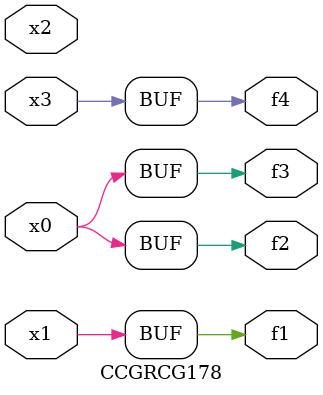
<source format=v>
module CCGRCG178(
	input x0, x1, x2, x3,
	output f1, f2, f3, f4
);
	assign f1 = x1;
	assign f2 = x0;
	assign f3 = x0;
	assign f4 = x3;
endmodule

</source>
